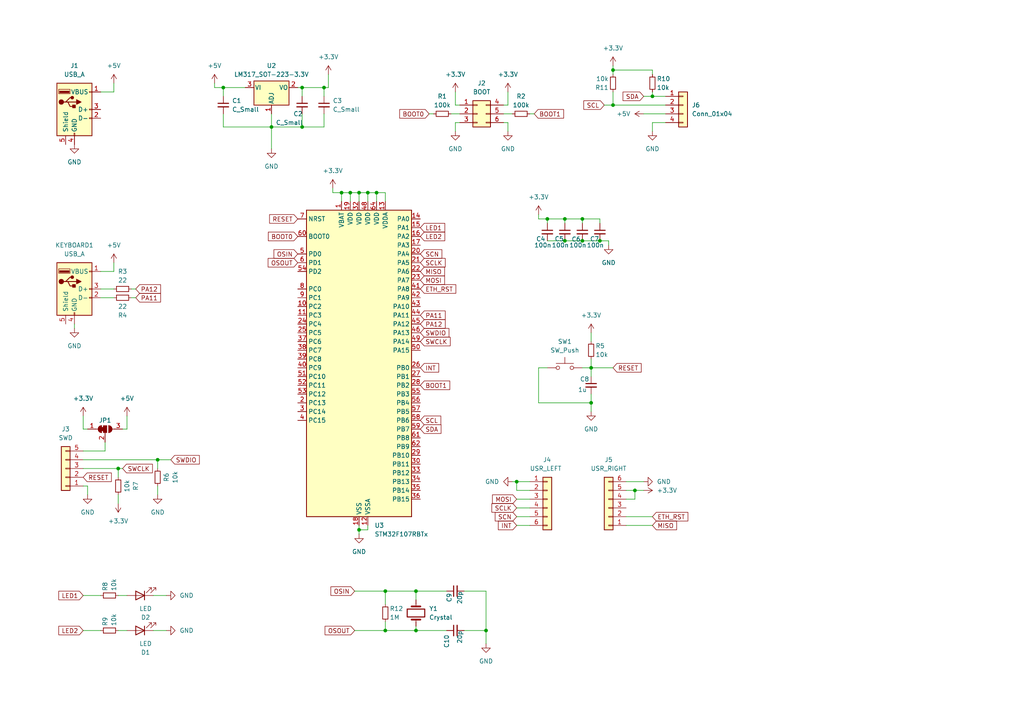
<source format=kicad_sch>
(kicad_sch (version 20230121) (generator eeschema)
  (paper "A4")
  (lib_symbols
    (symbol "Connector:USB_A" (pin_names (offset 1.016))
      (property "Reference" "J" (at -5.08 11.43 0))
      (property "Value" "USB_A" (at -5.08 8.89 0))
      (symbol "USB_A_0_1"
        (rectangle (start -5.08 -7.62) (end 5.08 7.62) (stroke (width 0.254)) (fill (type background)))
        (circle (center -3.81 2.159) (radius 0.635) (stroke (width 0.254)) (fill (type outline)))
        (rectangle (start -1.524 4.826) (end -4.318 5.334) (fill (type outline)))
        (rectangle (start -1.27 4.572) (end -4.572 5.842))
        (circle (center -0.635 3.429) (radius 0.381) (stroke (width 0.254)) (fill (type outline)))
        (rectangle (start -0.127 -7.62) (end 0.127 -6.858))
        (polyline (pts (xy -3.175 2.159) (xy -2.54 2.159) (xy -1.27 3.429) (xy -0.635 3.429)) (stroke (width 0.254)))
        (polyline (pts (xy -2.54 2.159) (xy -1.905 2.159) (xy -1.27 0.889) (xy 0 0.889)) (stroke (width 0.254)))
        (polyline (pts (xy 0.635 2.794) (xy 0.635 1.524) (xy 1.905 2.159) (xy 0.635 2.794)) (stroke (width 0.254)) (fill (type outline)))
        (rectangle (start 0.254 1.27) (end -0.508 0.508) (stroke (width 0.254)) (fill (type outline)))
        (rectangle (start 5.08 -2.667) (end 4.318 -2.413))
        (rectangle (start 5.08 -0.127) (end 4.318 0.127))
        (rectangle (start 5.08 4.953) (end 4.318 5.207))
      )
      (symbol "USB_A_1_1"
        (polyline (pts (xy -1.905 2.159) (xy 0.635 2.159)) (stroke (width 0.254)))
        (pin power_in line (at 7.62 5.08 180) (length 2.54) (name "VBUS") (number "1"))
        (pin bidirectional line (at 7.62 -2.54 180) (length 2.54) (name "D-") (number "2"))
        (pin bidirectional line (at 7.62 0 180) (length 2.54) (name "D+") (number "3"))
        (pin power_in line (at 0 -10.16 90) (length 2.54) (name "GND") (number "4"))
        (pin passive line (at -2.54 -10.16 90) (length 2.54) (name "Shield") (number "5"))
      )
    )
    (symbol "Connector_Generic:Conn_01x04" (pin_names (offset 1.016) hide)
      (property "Reference" "J" (at 0 5.08 0))
      (property "Value" "Conn_01x04" (at 0 -7.62 0))
      (symbol "Conn_01x04_1_1"
        (rectangle (start -1.27 -4.953) (end 0 -5.207) (stroke (width 0.1524)))
        (rectangle (start -1.27 -2.413) (end 0 -2.667) (stroke (width 0.1524)))
        (rectangle (start -1.27 0.127) (end 0 -0.127) (stroke (width 0.1524)))
        (rectangle (start -1.27 2.667) (end 0 2.413) (stroke (width 0.1524)))
        (rectangle (start -1.27 3.81) (end 1.27 -6.35) (stroke (width 0.254)) (fill (type background)))
        (pin passive line (at -5.08 2.54 0) (length 3.81) (name "Pin_1") (number "1"))
        (pin passive line (at -5.08 0 0) (length 3.81) (name "Pin_2") (number "2"))
        (pin passive line (at -5.08 -2.54 0) (length 3.81) (name "Pin_3") (number "3"))
        (pin passive line (at -5.08 -5.08 0) (length 3.81) (name "Pin_4") (number "4"))
      )
    )
    (symbol "Connector_Generic:Conn_01x05" (pin_names (offset 1.016) hide)
      (property "Reference" "J" (at 0 7.62 0))
      (property "Value" "Conn_01x05" (at 0 -7.62 0))
      (symbol "Conn_01x05_1_1"
        (rectangle (start -1.27 -4.953) (end 0 -5.207) (stroke (width 0.1524)))
        (rectangle (start -1.27 -2.413) (end 0 -2.667) (stroke (width 0.1524)))
        (rectangle (start -1.27 0.127) (end 0 -0.127) (stroke (width 0.1524)))
        (rectangle (start -1.27 2.667) (end 0 2.413) (stroke (width 0.1524)))
        (rectangle (start -1.27 5.207) (end 0 4.953) (stroke (width 0.1524)))
        (rectangle (start -1.27 6.35) (end 1.27 -6.35) (stroke (width 0.254)) (fill (type background)))
        (pin passive line (at -5.08 5.08 0) (length 3.81) (name "Pin_1") (number "1"))
        (pin passive line (at -5.08 2.54 0) (length 3.81) (name "Pin_2") (number "2"))
        (pin passive line (at -5.08 0 0) (length 3.81) (name "Pin_3") (number "3"))
        (pin passive line (at -5.08 -2.54 0) (length 3.81) (name "Pin_4") (number "4"))
        (pin passive line (at -5.08 -5.08 0) (length 3.81) (name "Pin_5") (number "5"))
      )
    )
    (symbol "Connector_Generic:Conn_01x06" (pin_names (offset 1.016) hide)
      (property "Reference" "J" (at 0 7.62 0))
      (property "Value" "Conn_01x06" (at 0 -10.16 0))
      (symbol "Conn_01x06_1_1"
        (rectangle (start -1.27 -7.493) (end 0 -7.747) (stroke (width 0.1524)))
        (rectangle (start -1.27 -4.953) (end 0 -5.207) (stroke (width 0.1524)))
        (rectangle (start -1.27 -2.413) (end 0 -2.667) (stroke (width 0.1524)))
        (rectangle (start -1.27 0.127) (end 0 -0.127) (stroke (width 0.1524)))
        (rectangle (start -1.27 2.667) (end 0 2.413) (stroke (width 0.1524)))
        (rectangle (start -1.27 5.207) (end 0 4.953) (stroke (width 0.1524)))
        (rectangle (start -1.27 6.35) (end 1.27 -8.89) (stroke (width 0.254)) (fill (type background)))
        (pin passive line (at -5.08 5.08 0) (length 3.81) (name "Pin_1") (number "1"))
        (pin passive line (at -5.08 2.54 0) (length 3.81) (name "Pin_2") (number "2"))
        (pin passive line (at -5.08 0 0) (length 3.81) (name "Pin_3") (number "3"))
        (pin passive line (at -5.08 -2.54 0) (length 3.81) (name "Pin_4") (number "4"))
        (pin passive line (at -5.08 -5.08 0) (length 3.81) (name "Pin_5") (number "5"))
        (pin passive line (at -5.08 -7.62 0) (length 3.81) (name "Pin_6") (number "6"))
      )
    )
    (symbol "Connector_Generic:Conn_02x03_Top_Bottom" (pin_names (offset 1.016) hide)
      (property "Reference" "J" (at 1.27 5.08 0))
      (property "Value" "Conn_02x03_Top_Bottom" (at 1.27 -5.08 0))
      (symbol "Conn_02x03_Top_Bottom_1_1"
        (rectangle (start -1.27 -2.413) (end 0 -2.667) (stroke (width 0.1524)))
        (rectangle (start -1.27 0.127) (end 0 -0.127) (stroke (width 0.1524)))
        (rectangle (start -1.27 2.667) (end 0 2.413) (stroke (width 0.1524)))
        (rectangle (start -1.27 3.81) (end 3.81 -3.81) (stroke (width 0.254)) (fill (type background)))
        (rectangle (start 3.81 -2.413) (end 2.54 -2.667) (stroke (width 0.1524)))
        (rectangle (start 3.81 0.127) (end 2.54 -0.127) (stroke (width 0.1524)))
        (rectangle (start 3.81 2.667) (end 2.54 2.413) (stroke (width 0.1524)))
        (pin passive line (at -5.08 2.54 0) (length 3.81) (name "Pin_1") (number "1"))
        (pin passive line (at -5.08 0 0) (length 3.81) (name "Pin_2") (number "2"))
        (pin passive line (at -5.08 -2.54 0) (length 3.81) (name "Pin_3") (number "3"))
        (pin passive line (at 7.62 2.54 180) (length 3.81) (name "Pin_4") (number "4"))
        (pin passive line (at 7.62 0 180) (length 3.81) (name "Pin_5") (number "5"))
        (pin passive line (at 7.62 -2.54 180) (length 3.81) (name "Pin_6") (number "6"))
      )
    )
    (symbol "Device:C_Small" (pin_numbers hide) (pin_names (offset 0.254) hide)
      (property "Reference" "C" (at 0.254 1.778 0))
      (property "Value" "C_Small" (at 0.254 -2.032 0))
      (symbol "C_Small_0_1"
        (polyline (pts (xy -1.524 -0.508) (xy 1.524 -0.508)) (stroke (width 0.3302)))
        (polyline (pts (xy -1.524 0.508) (xy 1.524 0.508)) (stroke (width 0.3048)))
      )
      (symbol "C_Small_1_1"
        (pin passive line (at 0 2.54 270) (length 2.032) (name "~") (number "1"))
        (pin passive line (at 0 -2.54 90) (length 2.032) (name "~") (number "2"))
      )
    )
    (symbol "Device:Crystal" (pin_numbers hide) (pin_names (offset 1.016) hide)
      (property "Reference" "Y" (at 0 3.81 0))
      (property "Value" "Crystal" (at 0 -3.81 0))
      (symbol "Crystal_0_1"
        (rectangle (start -1.143 2.54) (end 1.143 -2.54) (stroke (width 0.3048)))
        (polyline (pts (xy -2.54 0) (xy -1.905 0)))
        (polyline (pts (xy -1.905 -1.27) (xy -1.905 1.27)) (stroke (width 0.508)))
        (polyline (pts (xy 1.905 -1.27) (xy 1.905 1.27)) (stroke (width 0.508)))
        (polyline (pts (xy 2.54 0) (xy 1.905 0)))
      )
      (symbol "Crystal_1_1"
        (pin passive line (at -3.81 0 0) (length 1.27) (name "1") (number "1"))
        (pin passive line (at 3.81 0 180) (length 1.27) (name "2") (number "2"))
      )
    )
    (symbol "Device:LED" (pin_numbers hide) (pin_names (offset 1.016) hide)
      (property "Reference" "D" (at 0 2.54 0))
      (property "Value" "LED" (at 0 -2.54 0))
      (symbol "LED_0_1"
        (polyline (pts (xy -1.27 -1.27) (xy -1.27 1.27)) (stroke (width 0.254)))
        (polyline (pts (xy -1.27 0) (xy 1.27 0)))
        (polyline (pts (xy 1.27 -1.27) (xy 1.27 1.27) (xy -1.27 0) (xy 1.27 -1.27)) (stroke (width 0.254)))
        (polyline (pts (xy -3.048 -0.762) (xy -4.572 -2.286) (xy -3.81 -2.286) (xy -4.572 -2.286) (xy -4.572 -1.524)))
        (polyline (pts (xy -1.778 -0.762) (xy -3.302 -2.286) (xy -2.54 -2.286) (xy -3.302 -2.286) (xy -3.302 -1.524)))
      )
      (symbol "LED_1_1"
        (pin passive line (at -3.81 0 0) (length 2.54) (name "K") (number "1"))
        (pin passive line (at 3.81 0 180) (length 2.54) (name "A") (number "2"))
      )
    )
    (symbol "Device:R_Small" (pin_numbers hide) (pin_names (offset 0.254) hide)
      (property "Reference" "R" (at 0.762 0.508 0))
      (property "Value" "R_Small" (at 0.762 -1.016 0))
      (symbol "R_Small_0_1"
        (rectangle (start -0.762 1.778) (end 0.762 -1.778) (stroke (width 0.2032)))
      )
      (symbol "R_Small_1_1"
        (pin passive line (at 0 2.54 270) (length 0.762) (name "~") (number "1"))
        (pin passive line (at 0 -2.54 90) (length 0.762) (name "~") (number "2"))
      )
    )
    (symbol "Jumper:SolderJumper_3_Bridged12" (pin_names (offset 0) hide)
      (property "Reference" "JP" (at -2.54 -2.54 0))
      (property "Value" "SolderJumper_3_Bridged12" (at 0 2.794 0))
      (symbol "SolderJumper_3_Bridged12_0_1"
        (rectangle (start -1.016 0.508) (end -0.508 -0.508) (fill (type outline)))
        (arc (start -1.016 1.016) (mid -2.0276 0) (end -1.016 -1.016))
        (arc (start -1.016 1.016) (mid -2.0276 0) (end -1.016 -1.016) (fill (type outline)))
        (rectangle (start -0.508 1.016) (end 0.508 -1.016) (fill (type outline)))
        (polyline (pts (xy -2.54 0) (xy -2.032 0)))
        (polyline (pts (xy -1.016 1.016) (xy -1.016 -1.016)))
        (polyline (pts (xy 0 -1.27) (xy 0 -1.016)))
        (polyline (pts (xy 1.016 1.016) (xy 1.016 -1.016)))
        (polyline (pts (xy 2.54 0) (xy 2.032 0)))
        (arc (start 1.016 -1.016) (mid 2.0276 0) (end 1.016 1.016))
        (arc (start 1.016 -1.016) (mid 2.0276 0) (end 1.016 1.016) (fill (type outline)))
      )
      (symbol "SolderJumper_3_Bridged12_1_1"
        (pin passive line (at -5.08 0 0) (length 2.54) (name "A") (number "1"))
        (pin passive line (at 0 -3.81 90) (length 2.54) (name "C") (number "2"))
        (pin passive line (at 5.08 0 180) (length 2.54) (name "B") (number "3"))
      )
    )
    (symbol "MCU_ST_STM32F1:STM32F107RBTx"
      (property "Reference" "U" (at -15.24 46.99 0))
      (property "Value" "STM32F107RBTx" (at 10.16 46.99 0))
      (symbol "STM32F107RBTx_0_1"
        (rectangle (start -15.24 -43.18) (end 15.24 45.72) (stroke (width 0.254)) (fill (type background)))
      )
      (symbol "STM32F107RBTx_1_1"
        (pin power_in line (at -5.08 48.26 270) (length 2.54) (name "VBAT") (number "1"))
        (pin bidirectional line (at -17.78 17.78 0) (length 2.54) (name "PC2") (number "10"))
        (pin bidirectional line (at -17.78 15.24 0) (length 2.54) (name "PC3") (number "11"))
        (pin power_in line (at 2.54 -45.72 90) (length 2.54) (name "VSSA") (number "12"))
        (pin power_in line (at 7.62 48.26 270) (length 2.54) (name "VDDA") (number "13"))
        (pin bidirectional line (at 17.78 43.18 180) (length 2.54) (name "PA0") (number "14"))
        (pin bidirectional line (at 17.78 40.64 180) (length 2.54) (name "PA1") (number "15"))
        (pin bidirectional line (at 17.78 38.1 180) (length 2.54) (name "PA2") (number "16"))
        (pin bidirectional line (at 17.78 35.56 180) (length 2.54) (name "PA3") (number "17"))
        (pin power_in line (at 0 -45.72 90) (length 2.54) (name "VSS") (number "18"))
        (pin power_in line (at -2.54 48.26 270) (length 2.54) (name "VDD") (number "19"))
        (pin bidirectional line (at -17.78 -10.16 0) (length 2.54) (name "PC13") (number "2"))
        (pin bidirectional line (at 17.78 33.02 180) (length 2.54) (name "PA4") (number "20"))
        (pin bidirectional line (at 17.78 30.48 180) (length 2.54) (name "PA5") (number "21"))
        (pin bidirectional line (at 17.78 27.94 180) (length 2.54) (name "PA6") (number "22"))
        (pin bidirectional line (at 17.78 25.4 180) (length 2.54) (name "PA7") (number "23"))
        (pin bidirectional line (at -17.78 12.7 0) (length 2.54) (name "PC4") (number "24"))
        (pin bidirectional line (at -17.78 10.16 0) (length 2.54) (name "PC5") (number "25"))
        (pin bidirectional line (at 17.78 0 180) (length 2.54) (name "PB0") (number "26"))
        (pin bidirectional line (at 17.78 -2.54 180) (length 2.54) (name "PB1") (number "27"))
        (pin bidirectional line (at 17.78 -5.08 180) (length 2.54) (name "PB2") (number "28"))
        (pin bidirectional line (at 17.78 -25.4 180) (length 2.54) (name "PB10") (number "29"))
        (pin bidirectional line (at -17.78 -12.7 0) (length 2.54) (name "PC14") (number "3"))
        (pin bidirectional line (at 17.78 -27.94 180) (length 2.54) (name "PB11") (number "30"))
        (pin passive line (at 0 -45.72 90) (length 2.54) hide (name "VSS") (number "31"))
        (pin power_in line (at 0 48.26 270) (length 2.54) (name "VDD") (number "32"))
        (pin bidirectional line (at 17.78 -30.48 180) (length 2.54) (name "PB12") (number "33"))
        (pin bidirectional line (at 17.78 -33.02 180) (length 2.54) (name "PB13") (number "34"))
        (pin bidirectional line (at 17.78 -35.56 180) (length 2.54) (name "PB14") (number "35"))
        (pin bidirectional line (at 17.78 -38.1 180) (length 2.54) (name "PB15") (number "36"))
        (pin bidirectional line (at -17.78 7.62 0) (length 2.54) (name "PC6") (number "37"))
        (pin bidirectional line (at -17.78 5.08 0) (length 2.54) (name "PC7") (number "38"))
        (pin bidirectional line (at -17.78 2.54 0) (length 2.54) (name "PC8") (number "39"))
        (pin bidirectional line (at -17.78 -15.24 0) (length 2.54) (name "PC15") (number "4"))
        (pin bidirectional line (at -17.78 0 0) (length 2.54) (name "PC9") (number "40"))
        (pin bidirectional line (at 17.78 22.86 180) (length 2.54) (name "PA8") (number "41"))
        (pin bidirectional line (at 17.78 20.32 180) (length 2.54) (name "PA9") (number "42"))
        (pin bidirectional line (at 17.78 17.78 180) (length 2.54) (name "PA10") (number "43"))
        (pin bidirectional line (at 17.78 15.24 180) (length 2.54) (name "PA11") (number "44"))
        (pin bidirectional line (at 17.78 12.7 180) (length 2.54) (name "PA12") (number "45"))
        (pin bidirectional line (at 17.78 10.16 180) (length 2.54) (name "PA13") (number "46"))
        (pin passive line (at 0 -45.72 90) (length 2.54) hide (name "VSS") (number "47"))
        (pin power_in line (at 2.54 48.26 270) (length 2.54) (name "VDD") (number "48"))
        (pin bidirectional line (at 17.78 7.62 180) (length 2.54) (name "PA14") (number "49"))
        (pin bidirectional line (at -17.78 33.02 0) (length 2.54) (name "PD0") (number "5"))
        (pin bidirectional line (at 17.78 5.08 180) (length 2.54) (name "PA15") (number "50"))
        (pin bidirectional line (at -17.78 -2.54 0) (length 2.54) (name "PC10") (number "51"))
        (pin bidirectional line (at -17.78 -5.08 0) (length 2.54) (name "PC11") (number "52"))
        (pin bidirectional line (at -17.78 -7.62 0) (length 2.54) (name "PC12") (number "53"))
        (pin bidirectional line (at -17.78 27.94 0) (length 2.54) (name "PD2") (number "54"))
        (pin bidirectional line (at 17.78 -7.62 180) (length 2.54) (name "PB3") (number "55"))
        (pin bidirectional line (at 17.78 -10.16 180) (length 2.54) (name "PB4") (number "56"))
        (pin bidirectional line (at 17.78 -12.7 180) (length 2.54) (name "PB5") (number "57"))
        (pin bidirectional line (at 17.78 -15.24 180) (length 2.54) (name "PB6") (number "58"))
        (pin bidirectional line (at 17.78 -17.78 180) (length 2.54) (name "PB7") (number "59"))
        (pin bidirectional line (at -17.78 30.48 0) (length 2.54) (name "PD1") (number "6"))
        (pin input line (at -17.78 38.1 0) (length 2.54) (name "BOOT0") (number "60"))
        (pin bidirectional line (at 17.78 -20.32 180) (length 2.54) (name "PB8") (number "61"))
        (pin bidirectional line (at 17.78 -22.86 180) (length 2.54) (name "PB9") (number "62"))
        (pin passive line (at 0 -45.72 90) (length 2.54) hide (name "VSS") (number "63"))
        (pin power_in line (at 5.08 48.26 270) (length 2.54) (name "VDD") (number "64"))
        (pin input line (at -17.78 43.18 0) (length 2.54) (name "NRST") (number "7"))
        (pin bidirectional line (at -17.78 22.86 0) (length 2.54) (name "PC0") (number "8"))
        (pin bidirectional line (at -17.78 20.32 0) (length 2.54) (name "PC1") (number "9"))
      )
    )
    (symbol "Regulator_Linear:LM317_SOT-223" (pin_names (offset 0.254))
      (property "Reference" "U" (at -3.81 3.175 0))
      (property "Value" "LM317_SOT-223" (at 0 3.175 0))
      (symbol "LM317_SOT-223_0_1"
        (rectangle (start -5.08 1.905) (end 5.08 -5.08) (stroke (width 0.254)) (fill (type background)))
      )
      (symbol "LM317_SOT-223_1_1"
        (pin input line (at 0 -7.62 90) (length 2.54) (name "ADJ") (number "1"))
        (pin power_out line (at 7.62 0 180) (length 2.54) (name "VO") (number "2"))
        (pin power_in line (at -7.62 0 0) (length 2.54) (name "VI") (number "3"))
      )
    )
    (symbol "Switch:SW_Push" (pin_numbers hide) (pin_names (offset 1.016) hide)
      (property "Reference" "SW" (at 1.27 2.54 0))
      (property "Value" "SW_Push" (at 0 -1.524 0))
      (symbol "SW_Push_0_1"
        (circle (center -2.032 0) (radius 0.508))
        (polyline (pts (xy 0 1.27) (xy 0 3.048)))
        (polyline (pts (xy 2.54 1.27) (xy -2.54 1.27)))
        (circle (center 2.032 0) (radius 0.508))
        (pin passive line (at -5.08 0 0) (length 2.54) (name "1") (number "1"))
        (pin passive line (at 5.08 0 180) (length 2.54) (name "2") (number "2"))
      )
    )
    (symbol "power:+3.3V" (power) (pin_names (offset 0))
      (property "Value" "+3.3V" (at 0 3.556 0))
      (symbol "+3.3V_0_1"
        (polyline (pts (xy -0.762 1.27) (xy 0 2.54)))
        (polyline (pts (xy 0 0) (xy 0 2.54)))
        (polyline (pts (xy 0 2.54) (xy 0.762 1.27)))
      )
      (symbol "+3.3V_1_1"
        (pin power_in line (at 0 0 90) (length 0) hide (name "+3.3V") (number "1"))
      )
    )
    (symbol "power:+5V" (power) (pin_names (offset 0))
      (property "Value" "+5V" (at 0 3.556 0))
      (symbol "+5V_0_1"
        (polyline (pts (xy -0.762 1.27) (xy 0 2.54)))
        (polyline (pts (xy 0 0) (xy 0 2.54)))
        (polyline (pts (xy 0 2.54) (xy 0.762 1.27)))
      )
      (symbol "+5V_1_1"
        (pin power_in line (at 0 0 90) (length 0) hide (name "+5V") (number "1"))
      )
    )
    (symbol "power:GND" (power) (pin_names (offset 0))
      (property "Value" "GND" (at 0 -3.81 0))
      (symbol "GND_0_1"
        (polyline (pts (xy 0 0) (xy 0 -1.27) (xy 1.27 -1.27) (xy 0 -2.54) (xy -1.27 -1.27) (xy 0 -1.27)))
      )
      (symbol "GND_1_1"
        (pin power_in line (at 0 0 270) (length 0) hide (name "GND") (number "1"))
      )
    )
  )
  (junction (at 64.77 25.4))
  (junction (at 163.83 63.5))
  (junction (at 177.8 30.48))
  (junction (at 34.29 135.89))
  (junction (at 120.65 182.88))
  (junction (at 184.15 142.24))
  (junction (at 99.06 55.88))
  (junction (at 171.45 116.84))
  (junction (at 168.91 63.5))
  (junction (at 87.63 36.83))
  (junction (at 78.74 36.83))
  (junction (at 104.14 153.67))
  (junction (at 111.76 171.45))
  (junction (at 149.86 139.7))
  (junction (at 171.45 106.68))
  (junction (at 109.22 55.88))
  (junction (at 163.83 69.85))
  (junction (at 168.91 69.85))
  (junction (at 106.68 55.88))
  (junction (at 111.76 182.88))
  (junction (at 87.63 25.4))
  (junction (at 93.98 25.4))
  (junction (at 120.65 171.45))
  (junction (at 177.8 20.32))
  (junction (at 101.6 55.88))
  (junction (at 140.97 182.88))
  (junction (at 45.72 133.35))
  (junction (at 104.14 55.88))
  (junction (at 189.23 27.94))
  (junction (at 158.75 63.5))
  (junction (at 173.99 69.85))
  (wire (pts (xy 140.97 186.69) (xy 140.97 182.88)))
  (wire (pts (xy 133.35 35.56) (xy 132.08 35.56)))
  (wire (pts (xy 93.98 33.02) (xy 93.98 36.83)))
  (wire (pts (xy 176.53 69.85) (xy 176.53 71.12)))
  (wire (pts (xy 171.45 116.84) (xy 171.45 119.38)))
  (wire (pts (xy 184.15 144.78) (xy 184.15 142.24)))
  (wire (pts (xy 106.68 55.88) (xy 109.22 55.88)))
  (wire (pts (xy 120.65 171.45) (xy 129.54 171.45)))
  (wire (pts (xy 189.23 26.67) (xy 189.23 27.94)))
  (wire (pts (xy 163.83 69.85) (xy 168.91 69.85)))
  (wire (pts (xy 149.86 152.4) (xy 153.67 152.4)))
  (wire (pts (xy 147.32 26.67) (xy 147.32 30.48)))
  (wire (pts (xy 181.61 139.7) (xy 186.69 139.7)))
  (wire (pts (xy 120.65 182.88) (xy 129.54 182.88)))
  (wire (pts (xy 156.21 62.23) (xy 156.21 63.5)))
  (wire (pts (xy 34.29 135.89) (xy 35.56 135.89)))
  (wire (pts (xy 24.13 140.97) (xy 25.4 140.97)))
  (wire (pts (xy 45.72 133.35) (xy 49.53 133.35)))
  (wire (pts (xy 189.23 27.94) (xy 193.04 27.94)))
  (wire (pts (xy 156.21 116.84) (xy 171.45 116.84)))
  (wire (pts (xy 130.81 33.02) (xy 133.35 33.02)))
  (wire (pts (xy 96.52 54.61) (xy 96.52 55.88)))
  (wire (pts (xy 173.99 69.85) (xy 176.53 69.85)))
  (wire (pts (xy 181.61 144.78) (xy 184.15 144.78)))
  (wire (pts (xy 148.59 139.7) (xy 149.86 139.7)))
  (wire (pts (xy 124.46 33.02) (xy 125.73 33.02)))
  (wire (pts (xy 87.63 33.02) (xy 87.63 36.83)))
  (wire (pts (xy 193.04 35.56) (xy 189.23 35.56)))
  (wire (pts (xy 99.06 55.88) (xy 99.06 58.42)))
  (wire (pts (xy 44.45 182.88) (xy 48.26 182.88)))
  (wire (pts (xy 78.74 33.02) (xy 78.74 36.83)))
  (wire (pts (xy 111.76 55.88) (xy 109.22 55.88)))
  (wire (pts (xy 64.77 36.83) (xy 78.74 36.83)))
  (wire (pts (xy 64.77 25.4) (xy 64.77 27.94)))
  (wire (pts (xy 39.37 86.36) (xy 38.1 86.36)))
  (wire (pts (xy 146.05 30.48) (xy 147.32 30.48)))
  (wire (pts (xy 177.8 20.32) (xy 189.23 20.32)))
  (wire (pts (xy 186.69 27.94) (xy 189.23 27.94)))
  (wire (pts (xy 44.45 172.72) (xy 48.26 172.72)))
  (wire (pts (xy 171.45 104.14) (xy 171.45 106.68)))
  (wire (pts (xy 153.67 142.24) (xy 149.86 142.24)))
  (wire (pts (xy 181.61 149.86) (xy 189.23 149.86)))
  (wire (pts (xy 34.29 182.88) (xy 36.83 182.88)))
  (wire (pts (xy 156.21 106.68) (xy 156.21 116.84)))
  (wire (pts (xy 36.83 120.65) (xy 36.83 124.46)))
  (wire (pts (xy 140.97 171.45) (xy 140.97 182.88)))
  (wire (pts (xy 93.98 25.4) (xy 93.98 27.94)))
  (wire (pts (xy 87.63 25.4) (xy 86.36 25.4)))
  (wire (pts (xy 189.23 21.59) (xy 189.23 20.32)))
  (wire (pts (xy 21.59 95.25) (xy 21.59 93.98)))
  (wire (pts (xy 39.37 83.82) (xy 38.1 83.82)))
  (wire (pts (xy 132.08 35.56) (xy 132.08 38.1)))
  (wire (pts (xy 71.12 25.4) (xy 64.77 25.4)))
  (wire (pts (xy 111.76 58.42) (xy 111.76 55.88)))
  (wire (pts (xy 173.99 64.77) (xy 173.99 63.5)))
  (wire (pts (xy 146.05 33.02) (xy 148.59 33.02)))
  (wire (pts (xy 149.86 149.86) (xy 153.67 149.86)))
  (wire (pts (xy 33.02 26.67) (xy 33.02 24.13)))
  (wire (pts (xy 171.45 106.68) (xy 177.8 106.68)))
  (wire (pts (xy 102.87 171.45) (xy 111.76 171.45)))
  (wire (pts (xy 181.61 152.4) (xy 189.23 152.4)))
  (wire (pts (xy 163.83 63.5) (xy 163.83 64.77)))
  (wire (pts (xy 189.23 35.56) (xy 189.23 38.1)))
  (wire (pts (xy 34.29 135.89) (xy 34.29 138.43)))
  (wire (pts (xy 111.76 171.45) (xy 111.76 175.26)))
  (wire (pts (xy 29.21 83.82) (xy 33.02 83.82)))
  (wire (pts (xy 106.68 153.67) (xy 104.14 153.67)))
  (wire (pts (xy 158.75 63.5) (xy 158.75 64.77)))
  (wire (pts (xy 177.8 20.32) (xy 177.8 21.59)))
  (wire (pts (xy 95.25 25.4) (xy 93.98 25.4)))
  (wire (pts (xy 104.14 153.67) (xy 104.14 154.94)))
  (wire (pts (xy 104.14 152.4) (xy 104.14 153.67)))
  (wire (pts (xy 102.87 182.88) (xy 111.76 182.88)))
  (wire (pts (xy 101.6 55.88) (xy 101.6 58.42)))
  (wire (pts (xy 158.75 106.68) (xy 156.21 106.68)))
  (wire (pts (xy 29.21 26.67) (xy 33.02 26.67)))
  (wire (pts (xy 34.29 172.72) (xy 36.83 172.72)))
  (wire (pts (xy 111.76 171.45) (xy 120.65 171.45)))
  (wire (pts (xy 64.77 25.4) (xy 62.23 25.4)))
  (wire (pts (xy 147.32 35.56) (xy 147.32 38.1)))
  (wire (pts (xy 177.8 26.67) (xy 177.8 30.48)))
  (wire (pts (xy 158.75 69.85) (xy 163.83 69.85)))
  (wire (pts (xy 24.13 172.72) (xy 29.21 172.72)))
  (wire (pts (xy 134.62 171.45) (xy 140.97 171.45)))
  (wire (pts (xy 168.91 63.5) (xy 173.99 63.5)))
  (wire (pts (xy 35.56 124.46) (xy 36.83 124.46)))
  (wire (pts (xy 25.4 124.46) (xy 24.13 124.46)))
  (wire (pts (xy 181.61 142.24) (xy 184.15 142.24)))
  (wire (pts (xy 78.74 36.83) (xy 78.74 43.18)))
  (wire (pts (xy 104.14 55.88) (xy 104.14 58.42)))
  (wire (pts (xy 93.98 25.4) (xy 87.63 25.4)))
  (wire (pts (xy 62.23 24.13) (xy 62.23 25.4)))
  (wire (pts (xy 177.8 30.48) (xy 193.04 30.48)))
  (wire (pts (xy 34.29 143.51) (xy 34.29 146.05)))
  (wire (pts (xy 146.05 35.56) (xy 147.32 35.56)))
  (wire (pts (xy 24.13 133.35) (xy 45.72 133.35)))
  (wire (pts (xy 87.63 25.4) (xy 87.63 27.94)))
  (wire (pts (xy 184.15 142.24) (xy 186.69 142.24)))
  (wire (pts (xy 96.52 55.88) (xy 99.06 55.88)))
  (wire (pts (xy 177.8 19.05) (xy 177.8 20.32)))
  (wire (pts (xy 168.91 69.85) (xy 173.99 69.85)))
  (wire (pts (xy 106.68 55.88) (xy 106.68 58.42)))
  (wire (pts (xy 45.72 140.97) (xy 45.72 143.51)))
  (wire (pts (xy 171.45 96.52) (xy 171.45 99.06)))
  (wire (pts (xy 29.21 78.74) (xy 33.02 78.74)))
  (wire (pts (xy 111.76 182.88) (xy 120.65 182.88)))
  (wire (pts (xy 64.77 33.02) (xy 64.77 36.83)))
  (wire (pts (xy 154.94 33.02) (xy 153.67 33.02)))
  (wire (pts (xy 24.13 135.89) (xy 34.29 135.89)))
  (wire (pts (xy 158.75 63.5) (xy 163.83 63.5)))
  (wire (pts (xy 106.68 152.4) (xy 106.68 153.67)))
  (wire (pts (xy 175.26 30.48) (xy 177.8 30.48)))
  (wire (pts (xy 87.63 36.83) (xy 78.74 36.83)))
  (wire (pts (xy 168.91 106.68) (xy 171.45 106.68)))
  (wire (pts (xy 93.98 36.83) (xy 87.63 36.83)))
  (wire (pts (xy 111.76 180.34) (xy 111.76 182.88)))
  (wire (pts (xy 24.13 182.88) (xy 29.21 182.88)))
  (wire (pts (xy 120.65 171.45) (xy 120.65 173.99)))
  (wire (pts (xy 95.25 21.59) (xy 95.25 25.4)))
  (wire (pts (xy 104.14 55.88) (xy 106.68 55.88)))
  (wire (pts (xy 132.08 26.67) (xy 132.08 30.48)))
  (wire (pts (xy 101.6 55.88) (xy 104.14 55.88)))
  (wire (pts (xy 25.4 140.97) (xy 25.4 143.51)))
  (wire (pts (xy 149.86 142.24) (xy 149.86 139.7)))
  (wire (pts (xy 149.86 144.78) (xy 153.67 144.78)))
  (wire (pts (xy 45.72 135.89) (xy 45.72 133.35)))
  (wire (pts (xy 149.86 139.7) (xy 153.67 139.7)))
  (wire (pts (xy 33.02 78.74) (xy 33.02 76.2)))
  (wire (pts (xy 156.21 63.5) (xy 158.75 63.5)))
  (wire (pts (xy 29.21 86.36) (xy 33.02 86.36)))
  (wire (pts (xy 168.91 63.5) (xy 168.91 64.77)))
  (wire (pts (xy 171.45 106.68) (xy 171.45 109.22)))
  (wire (pts (xy 24.13 120.65) (xy 24.13 124.46)))
  (wire (pts (xy 30.48 130.81) (xy 30.48 128.27)))
  (wire (pts (xy 109.22 58.42) (xy 109.22 55.88)))
  (wire (pts (xy 140.97 182.88) (xy 134.62 182.88)))
  (wire (pts (xy 133.35 30.48) (xy 132.08 30.48)))
  (wire (pts (xy 149.86 147.32) (xy 153.67 147.32)))
  (wire (pts (xy 120.65 181.61) (xy 120.65 182.88)))
  (wire (pts (xy 163.83 63.5) (xy 168.91 63.5)))
  (wire (pts (xy 99.06 55.88) (xy 101.6 55.88)))
  (wire (pts (xy 171.45 114.3) (xy 171.45 116.84)))
  (wire (pts (xy 24.13 130.81) (xy 30.48 130.81)))
  (wire (pts (xy 186.69 33.02) (xy 193.04 33.02)))
  (global_label "SCN" (shape input) (at 121.92 73.66 0) (property "Intersheetrefs" "${INTERSHEET_REFS}" (effects hide)))
  (global_label "SCN" (shape input) (at 149.86 149.86 180) (property "Intersheetrefs" "${INTERSHEET_REFS}" (effects hide)))
  (global_label "PA12" (shape input) (at 39.37 83.82 0) (property "Intersheetrefs" "${INTERSHEET_REFS}" (effects hide)))
  (global_label "SCL" (shape input) (at 121.92 121.92 0) (property "Intersheetrefs" "${INTERSHEET_REFS}" (effects hide)))
  (global_label "BOOT1" (shape input) (at 121.92 111.76 0) (property "Intersheetrefs" "${INTERSHEET_REFS}" (effects hide)))
  (global_label "INT" (shape input) (at 121.92 106.68 0) (property "Intersheetrefs" "${INTERSHEET_REFS}" (effects hide)))
  (global_label "RESET" (shape input) (at 24.13 138.43 0) (property "Intersheetrefs" "${INTERSHEET_REFS}" (effects hide)))
  (global_label "OSIN" (shape input) (at 102.87 171.45 180) (property "Intersheetrefs" "${INTERSHEET_REFS}" (effects hide)))
  (global_label "SWCLK" (shape input) (at 121.92 99.06 0) (property "Intersheetrefs" "${INTERSHEET_REFS}" (effects hide)))
  (global_label "INT" (shape input) (at 149.86 152.4 180) (property "Intersheetrefs" "${INTERSHEET_REFS}" (effects hide)))
  (global_label "ETH_RST" (shape input) (at 189.23 149.86 0) (property "Intersheetrefs" "${INTERSHEET_REFS}" (effects hide)))
  (global_label "SWCLK" (shape input) (at 35.56 135.89 0) (property "Intersheetrefs" "${INTERSHEET_REFS}" (effects hide)))
  (global_label "SCLK" (shape input) (at 149.86 147.32 180) (property "Intersheetrefs" "${INTERSHEET_REFS}" (effects hide)))
  (global_label "PA11" (shape input) (at 121.92 91.44 0) (property "Intersheetrefs" "${INTERSHEET_REFS}" (effects hide)))
  (global_label "SDA" (shape input) (at 121.92 124.46 0) (property "Intersheetrefs" "${INTERSHEET_REFS}" (effects hide)))
  (global_label "OSOUT" (shape input) (at 102.87 182.88 180) (property "Intersheetrefs" "${INTERSHEET_REFS}" (effects hide)))
  (global_label "LED1" (shape input) (at 24.13 172.72 180) (property "Intersheetrefs" "${INTERSHEET_REFS}" (effects hide)))
  (global_label "SWDIO" (shape input) (at 49.53 133.35 0) (property "Intersheetrefs" "${INTERSHEET_REFS}" (effects hide)))
  (global_label "SCLK" (shape input) (at 121.92 76.2 0) (property "Intersheetrefs" "${INTERSHEET_REFS}" (effects hide)))
  (global_label "SDA" (shape input) (at 186.69 27.94 180) (property "Intersheetrefs" "${INTERSHEET_REFS}" (effects hide)))
  (global_label "BOOT1" (shape input) (at 154.94 33.02 0) (property "Intersheetrefs" "${INTERSHEET_REFS}" (effects hide)))
  (global_label "MOSI" (shape input) (at 121.92 81.28 0) (property "Intersheetrefs" "${INTERSHEET_REFS}" (effects hide)))
  (global_label "ETH_RST" (shape input) (at 121.92 83.82 0) (property "Intersheetrefs" "${INTERSHEET_REFS}" (effects hide)))
  (global_label "RESET" (shape input) (at 177.8 106.68 0) (property "Intersheetrefs" "${INTERSHEET_REFS}" (effects hide)))
  (global_label "MOSI" (shape input) (at 149.86 144.78 180) (property "Intersheetrefs" "${INTERSHEET_REFS}" (effects hide)))
  (global_label "LED2" (shape input) (at 121.92 68.58 0) (property "Intersheetrefs" "${INTERSHEET_REFS}" (effects hide)))
  (global_label "MISO" (shape input) (at 189.23 152.4 0) (property "Intersheetrefs" "${INTERSHEET_REFS}" (effects hide)))
  (global_label "BOOT0" (shape input) (at 124.46 33.02 180) (property "Intersheetrefs" "${INTERSHEET_REFS}" (effects hide)))
  (global_label "BOOT0" (shape input) (at 86.36 68.58 180) (property "Intersheetrefs" "${INTERSHEET_REFS}" (effects hide)))
  (global_label "LED2" (shape input) (at 24.13 182.88 180) (property "Intersheetrefs" "${INTERSHEET_REFS}" (effects hide)))
  (global_label "SWDIO" (shape input) (at 121.92 96.52 0) (property "Intersheetrefs" "${INTERSHEET_REFS}" (effects hide)))
  (global_label "OSOUT" (shape input) (at 86.36 76.2 180) (property "Intersheetrefs" "${INTERSHEET_REFS}" (effects hide)))
  (global_label "RESET" (shape input) (at 86.36 63.5 180) (property "Intersheetrefs" "${INTERSHEET_REFS}" (effects hide)))
  (global_label "OSIN" (shape input) (at 86.36 73.66 180) (property "Intersheetrefs" "${INTERSHEET_REFS}" (effects hide)))
  (global_label "SCL" (shape input) (at 175.26 30.48 180) (property "Intersheetrefs" "${INTERSHEET_REFS}" (effects hide)))
  (global_label "PA12" (shape input) (at 121.92 93.98 0) (property "Intersheetrefs" "${INTERSHEET_REFS}" (effects hide)))
  (global_label "PA11" (shape input) (at 39.37 86.36 0) (property "Intersheetrefs" "${INTERSHEET_REFS}" (effects hide)))
  (global_label "MISO" (shape input) (at 121.92 78.74 0) (property "Intersheetrefs" "${INTERSHEET_REFS}" (effects hide)))
  (global_label "LED1" (shape input) (at 121.92 66.04 0) (property "Intersheetrefs" "${INTERSHEET_REFS}" (effects hide)))
  (symbol (lib_id "power:GND") (at 48.26 172.72 90) (unit 1)
    (property "Reference" "#PWR018" (effects hide))
    (property "Value" "GND" (at 52.07 172.72 90) (effects (justify right)))
  )
  (symbol (lib_id "power:GND") (at 78.74 43.18 0) (unit 1)
    (property "Reference" "#PWR04" (effects hide))
    (property "Value" "GND" (at 78.74 48.26 0))
  )
  (symbol (lib_id "power:GND") (at 148.59 139.7 270) (unit 1)
    (property "Reference" "#PWR025" (effects hide))
    (property "Value" "GND" (at 144.78 139.7 90) (effects (justify right)))
  )
  (symbol (lib_id "Device:C_Small") (at 163.83 67.31 0) (unit 1)
    (property "Reference" "C5" (at 160.847 69.2776 0) (effects (justify left)))
    (property "Value" "100n" (at 160.02 71.12 0) (effects (justify left)))
    (property "Footprint" "Capacitor_SMD:C_0603_1608Metric" (effects hide))
  )
  (symbol (lib_id "Device:R_Small") (at 31.75 182.88 90) (unit 1)
    (property "Reference" "R9" (at 30.48 181.61 0) (effects (justify left)))
    (property "Value" "10k" (at 33.02 181.61 0) (effects (justify left)))
    (property "Footprint" "Resistor_SMD:R_0603_1608Metric" (effects hide))
  )
  (symbol (lib_id "Device:C_Small") (at 158.75 67.31 0) (unit 1)
    (property "Reference" "C4" (at 155.494 69.307 0) (effects (justify left)))
    (property "Value" "100n" (at 154.94 71.12 0) (effects (justify left)))
    (property "Footprint" "Capacitor_SMD:C_0603_1608Metric" (effects hide))
  )
  (symbol (lib_id "power:GND") (at 132.08 38.1 0) (unit 1)
    (property "Reference" "#PWR021" (effects hide))
    (property "Value" "GND" (at 132.08 43.18 0))
  )
  (symbol (lib_id "power:GND") (at 25.4 143.51 0) (unit 1)
    (property "Reference" "#PWR013" (effects hide))
    (property "Value" "GND" (at 25.4 148.59 0))
  )
  (symbol (lib_id "power:GND") (at 104.14 154.94 0) (unit 1)
    (property "Reference" "#PWR033" (effects hide))
    (property "Value" "GND" (at 104.14 160.02 0))
  )
  (symbol (lib_id "Regulator_Linear:LM317_SOT-223") (at 78.74 25.4 0) (unit 1)
    (property "Reference" "U2" (at 78.74 19.05 0))
    (property "Value" "LM317_SOT-223-3.3V" (at 78.74 21.59 0))
    (property "Footprint" "Package_TO_SOT_SMD:SOT-223-3_TabPin2" (effects hide))
    (property "Datasheet" "http://www.ti.com/lit/ds/symlink/lm317.pdf" (effects hide))
  )
  (symbol (lib_id "Device:C_Small") (at 64.77 30.48 0) (unit 1)
    (property "Reference" "C1" (at 67.31 29.2163 0) (effects (justify left)))
    (property "Value" "C_Small" (at 67.31 31.7563 0) (effects (justify left)))
    (property "Footprint" "Capacitor_SMD:C_0603_1608Metric" (effects hide))
  )
  (symbol (lib_id "power:+5V") (at 33.02 24.13 0) (unit 1)
    (property "Reference" "#PWR01" (effects hide))
    (property "Value" "+5V" (at 33.02 19.05 0))
  )
  (symbol (lib_id "power:+3.3V") (at 177.8 19.05 0) (unit 1)
    (property "Reference" "#PWR030" (effects hide))
    (property "Value" "+3.3V" (at 177.8 13.97 0))
  )
  (symbol (lib_id "Device:C_Small") (at 93.98 30.48 0) (unit 1)
    (property "Reference" "C3" (at 96.52 29.2163 0) (effects (justify left)))
    (property "Value" "C_Small" (at 96.52 31.75 0) (effects (justify left)))
    (property "Footprint" "Capacitor_SMD:C_0603_1608Metric" (effects hide))
  )
  (symbol (lib_id "MCU_ST_STM32F1:STM32F107RBTx") (at 104.14 106.68 0) (unit 1)
    (property "Reference" "U3" (at 108.6359 152.4 0) (effects (justify left)))
    (property "Value" "STM32F107RBTx" (at 108.6359 154.94 0) (effects (justify left)))
    (property "Footprint" "Package_QFP:LQFP-64_10x10mm_P0.5mm" (effects hide))
    (property "Datasheet" "https://www.st.com/resource/en/datasheet/stm32f107rb.pdf" (effects hide))
  )
  (symbol (lib_id "power:+3.3V") (at 34.29 146.05 180) (unit 1)
    (property "Reference" "#PWR016" (effects hide))
    (property "Value" "+3.3V" (at 34.29 151.13 0))
  )
  (symbol (lib_id "power:GND") (at 176.53 71.12 0) (unit 1)
    (property "Reference" "#PWR09" (effects hide))
    (property "Value" "GND" (at 176.53 76.2 0))
  )
  (symbol (lib_id "Connector:USB_A") (at 21.59 83.82 0) (unit 1)
    (property "Reference" "KEYBOARD1" (at 21.59 71.12 0))
    (property "Value" "USB_A" (at 21.59 73.66 0))
    (property "Footprint" "Connector_USB:USB_A_TE_292303-7_Horizontal" (effects hide))
    (property "Datasheet" " ~" (effects hide))
  )
  (symbol (lib_id "Device:R_Small") (at 34.29 140.97 180) (unit 1)
    (property "Reference" "R7" (at 39.37 140.97 90))
    (property "Value" "10k" (at 36.83 140.97 90))
    (property "Footprint" "Resistor_SMD:R_0603_1608Metric" (effects hide))
  )
  (symbol (lib_id "power:+5V") (at 62.23 24.13 0) (unit 1)
    (property "Reference" "#PWR03" (effects hide))
    (property "Value" "+5V" (at 62.23 19.05 0))
  )
  (symbol (lib_id "power:+5V") (at 186.69 33.02 90) (unit 1)
    (property "Reference" "#PWR029" (effects hide))
    (property "Value" "+5V" (at 182.88 33.02 90) (effects (justify left)))
  )
  (symbol (lib_id "power:+5V") (at 33.02 76.2 0) (unit 1)
    (property "Reference" "#PWR07" (effects hide))
    (property "Value" "+5V" (at 33.02 71.12 0))
  )
  (symbol (lib_id "Device:C_Small") (at 168.91 67.31 0) (unit 1)
    (property "Reference" "C6" (at 165.7587 69.3953 0) (effects (justify left)))
    (property "Value" "100n" (at 165.1 71.12 0) (effects (justify left)))
    (property "Footprint" "Capacitor_SMD:C_0603_1608Metric" (effects hide))
  )
  (symbol (lib_id "Connector:USB_A") (at 21.59 31.75 0) (unit 1)
    (property "Reference" "J1" (at 21.59 19.05 0))
    (property "Value" "USB_A" (at 21.59 21.59 0))
    (property "Footprint" "Connector_USB:USB_Micro-B_Molex-105017-0001" (effects hide))
    (property "Datasheet" " ~" (effects hide))
  )
  (symbol (lib_id "power:GND") (at 147.32 38.1 0) (unit 1)
    (property "Reference" "#PWR022" (effects hide))
    (property "Value" "GND" (at 147.32 43.18 0))
  )
  (symbol (lib_id "Device:R_Small") (at 111.76 177.8 0) (unit 1)
    (property "Reference" "R12" (at 113.03 176.53 0) (effects (justify left)))
    (property "Value" "1M" (at 113.03 179.07 0) (effects (justify left)))
    (property "Footprint" "Resistor_SMD:R_0603_1608Metric" (effects hide))
  )
  (symbol (lib_id "power:GND") (at 45.72 143.51 0) (unit 1)
    (property "Reference" "#PWR017" (effects hide))
    (property "Value" "GND" (at 45.72 148.59 0))
  )
  (symbol (lib_id "power:GND") (at 189.23 38.1 0) (unit 1)
    (property "Reference" "#PWR028" (effects hide))
    (property "Value" "GND" (at 189.23 43.18 0))
  )
  (symbol (lib_id "power:+3.3V") (at 156.21 62.23 0) (unit 1)
    (property "Reference" "#PWR010" (effects hide))
    (property "Value" "+3.3V" (at 156.21 57.15 0))
  )
  (symbol (lib_id "Connector_Generic:Conn_01x06") (at 158.75 144.78 0) (unit 1)
    (property "Reference" "J4" (at 157.48 133.35 0) (effects (justify left)))
    (property "Value" "USR_LEFT" (at 153.67 135.89 0) (effects (justify left)))
    (property "Footprint" "Connector_PinHeader_2.54mm:PinHeader_1x06_P2.54mm_Vertical" (effects hide))
  )
  (symbol (lib_id "power:GND") (at 21.59 95.25 0) (unit 1)
    (property "Reference" "#PWR06" (effects hide))
    (property "Value" "GND" (at 21.59 100.33 0))
  )
  (symbol (lib_id "power:+3.3V") (at 24.13 120.65 0) (unit 1)
    (property "Reference" "#PWR011" (effects hide))
    (property "Value" "+3.3V" (at 24.13 115.57 0))
  )
  (symbol (lib_id "power:+3.3V") (at 96.52 54.61 0) (unit 1)
    (property "Reference" "#PWR032" (effects hide))
    (property "Value" "+3.3V" (at 96.52 49.53 0))
  )
  (symbol (lib_id "Device:C_Small") (at 171.45 111.76 0) (unit 1)
    (property "Reference" "C8" (at 168.2106 109.9758 0) (effects (justify left)))
    (property "Value" "1u" (at 167.64 113.03 0) (effects (justify left)))
    (property "Footprint" "Capacitor_SMD:C_0603_1608Metric" (effects hide))
  )
  (symbol (lib_id "Device:R_Small") (at 151.13 33.02 90) (unit 1)
    (property "Reference" "R2" (at 151.13 27.94 90))
    (property "Value" "100k" (at 151.13 30.48 90))
    (property "Footprint" "Resistor_SMD:R_0603_1608Metric" (effects hide))
  )
  (symbol (lib_id "Switch:SW_Push") (at 163.83 106.68 0) (unit 1)
    (property "Reference" "SW1" (at 163.83 99.06 0))
    (property "Value" "SW_Push" (at 163.83 101.6 0))
    (property "Footprint" "Button_Switch_SMD:SW_SPST_CK_RS282G05A3" (effects hide))
  )
  (symbol (lib_id "Connector_Generic:Conn_01x06") (at 176.53 147.32 180) (unit 1)
    (property "Reference" "J5" (at 176.53 133.35 0))
    (property "Value" "USR_RIGHT" (at 176.53 135.89 0))
    (property "Footprint" "Connector_PinHeader_2.54mm:PinHeader_1x06_P2.54mm_Vertical" (effects hide))
  )
  (symbol (lib_id "Device:R_Small") (at 45.72 138.43 0) (unit 1)
    (property "Reference" "R6" (at 48.26 138.43 90))
    (property "Value" "10k" (at 50.8 138.43 90))
    (property "Footprint" "Resistor_SMD:R_0603_1608Metric" (effects hide))
  )
  (symbol (lib_id "Device:R_Small") (at 177.8 24.13 180) (unit 1)
    (property "Reference" "R11" (at 176.53 25.4 0) (effects (justify left)))
    (property "Value" "10k" (at 176.53 22.86 0) (effects (justify left)))
    (property "Footprint" "Resistor_SMD:R_0603_1608Metric" (effects hide))
  )
  (symbol (lib_id "power:GND") (at 186.69 139.7 90) (unit 1)
    (property "Reference" "#PWR026" (effects hide))
    (property "Value" "GND" (at 190.5 139.7 90) (effects (justify right)))
  )
  (symbol (lib_id "power:GND") (at 140.97 186.69 0) (unit 1)
    (property "Reference" "#PWR031" (effects hide))
    (property "Value" "GND" (at 140.97 191.77 0))
  )
  (symbol (lib_id "Device:C_Small") (at 173.99 67.31 0) (unit 1)
    (property "Reference" "C7" (at 171.1116 69.307 0) (effects (justify left)))
    (property "Value" "100n" (at 170.18 71.12 0) (effects (justify left)))
    (property "Footprint" "Capacitor_SMD:C_0603_1608Metric" (effects hide))
  )
  (symbol (lib_id "power:GND") (at 48.26 182.88 90) (unit 1)
    (property "Reference" "#PWR019" (effects hide))
    (property "Value" "GND" (at 52.07 182.88 90) (effects (justify right)))
  )
  (symbol (lib_id "power:+3.3V") (at 95.25 21.59 0) (unit 1)
    (property "Reference" "#PWR02" (effects hide))
    (property "Value" "+3.3V" (at 95.25 16.51 0))
  )
  (symbol (lib_id "Jumper:SolderJumper_3_Bridged12") (at 30.48 124.46 0) (unit 1)
    (property "Reference" "JP1" (at 30.48 121.92 0))
    (property "Value" "SolderJumper_3_Bridged12" (effects hide))
    (property "Footprint" "Jumper:SolderJumper-3_P1.3mm_Bridged12_RoundedPad1.0x1.5mm" (effects hide))
  )
  (symbol (lib_id "power:+3.3V") (at 132.08 26.67 0) (unit 1)
    (property "Reference" "#PWR023" (effects hide))
    (property "Value" "+3.3V" (at 132.08 21.59 0))
  )
  (symbol (lib_id "Device:R_Small") (at 189.23 24.13 0) (unit 1)
    (property "Reference" "R10" (at 190.5 22.86 0) (effects (justify left)))
    (property "Value" "10k" (at 190.5 25.4 0) (effects (justify left)))
    (property "Footprint" "Resistor_SMD:R_0603_1608Metric" (effects hide))
  )
  (symbol (lib_id "power:+5V") (at 36.83 120.65 0) (unit 1)
    (property "Reference" "#PWR012" (effects hide))
    (property "Value" "+5V" (at 36.83 115.57 0))
  )
  (symbol (lib_id "Device:R_Small") (at 31.75 172.72 90) (unit 1)
    (property "Reference" "R8" (at 30.48 171.45 0) (effects (justify left)))
    (property "Value" "10k" (at 33.02 171.45 0) (effects (justify left)))
    (property "Footprint" "Resistor_SMD:R_0603_1608Metric" (effects hide))
  )
  (symbol (lib_id "Device:R_Small") (at 35.56 86.36 90) (unit 1)
    (property "Reference" "R4" (at 35.56 91.44 90))
    (property "Value" "22" (at 35.56 88.9 90))
    (property "Footprint" "Resistor_SMD:R_0603_1608Metric" (effects hide))
  )
  (symbol (lib_id "power:GND") (at 171.45 119.38 0) (unit 1)
    (property "Reference" "#PWR015" (effects hide))
    (property "Value" "GND" (at 171.45 124.46 0))
  )
  (symbol (lib_id "Connector_Generic:Conn_01x04") (at 198.12 30.48 0) (unit 1)
    (property "Reference" "J6" (at 200.66 30.48 0) (effects (justify left)))
    (property "Value" "Conn_01x04" (at 200.66 33.02 0) (effects (justify left)))
    (property "Footprint" "Connector_PinHeader_2.54mm:PinHeader_1x04_P2.54mm_Vertical" (effects hide))
  )
  (symbol (lib_id "Device:LED") (at 40.64 172.72 180) (unit 1)
    (property "Reference" "D2" (at 42.2275 179.07 0))
    (property "Value" "LED" (at 42.2275 176.53 0))
    (property "Footprint" "Diode_SMD:D_0603_1608Metric" (effects hide))
  )
  (symbol (lib_id "Device:LED") (at 40.64 182.88 180) (unit 1)
    (property "Reference" "D1" (at 42.2275 189.23 0))
    (property "Value" "LED" (at 42.2275 186.69 0))
    (property "Footprint" "Diode_SMD:D_0603_1608Metric" (effects hide))
  )
  (symbol (lib_id "power:GND") (at 21.59 41.91 0) (unit 1)
    (property "Reference" "#PWR05" (effects hide))
    (property "Value" "GND" (at 21.59 46.99 0))
  )
  (symbol (lib_id "Device:R_Small") (at 171.45 101.6 0) (unit 1)
    (property "Reference" "R5" (at 172.72 100.33 0) (effects (justify left)))
    (property "Value" "10k" (at 172.72 102.87 0) (effects (justify left)))
    (property "Footprint" "Resistor_SMD:R_0603_1608Metric" (effects hide))
  )
  (symbol (lib_id "Device:C_Small") (at 87.63 30.48 0) (unit 1)
    (property "Reference" "C2" (at 85.09 33.02 0) (effects (justify left)))
    (property "Value" "C_Small" (at 80.01 35.56 0) (effects (justify left)))
    (property "Footprint" "Capacitor_SMD:C_0603_1608Metric" (effects hide))
  )
  (symbol (lib_id "Connector_Generic:Conn_01x05") (at 19.05 135.89 180) (unit 1)
    (property "Reference" "J3" (at 19.05 124.46 0))
    (property "Value" "SWD" (at 19.05 127 0))
    (property "Footprint" "Connector_PinHeader_2.54mm:PinHeader_1x05_P2.54mm_Vertical" (effects hide))
  )
  (symbol (lib_id "Connector_Generic:Conn_02x03_Top_Bottom") (at 138.43 33.02 0) (unit 1)
    (property "Reference" "J2" (at 139.7 24.13 0))
    (property "Value" "BOOT" (at 139.7 26.67 0))
    (property "Footprint" "Library:PinHeader_2x03_P2.54mm_Vertical_new" (effects hide))
  )
  (symbol (lib_id "Device:C_Small") (at 132.08 182.88 90) (unit 1)
    (property "Reference" "C10" (at 129.54 187.96 0) (effects (justify left)))
    (property "Value" "20p" (at 133.35 186.69 0) (effects (justify left)))
    (property "Footprint" "Capacitor_SMD:C_0603_1608Metric" (effects hide))
  )
  (symbol (lib_id "Device:C_Small") (at 132.08 171.45 90) (unit 1)
    (property "Reference" "C9" (at 130.2958 174.6894 0) (effects (justify left)))
    (property "Value" "20p" (at 133.35 175.26 0) (effects (justify left)))
    (property "Footprint" "Capacitor_SMD:C_0603_1608Metric" (effects hide))
  )
  (symbol (lib_id "Device:Crystal") (at 120.65 177.8 90) (unit 1)
    (property "Reference" "Y1" (at 124.46 176.53 90) (effects (justify right)))
    (property "Value" "Crystal" (at 124.46 179.07 90) (effects (justify right)))
    (property "Footprint" "Crystal:Crystal_SMD_HC49-SD" (effects hide))
  )
  (symbol (lib_id "power:+3.3V") (at 171.45 96.52 0) (unit 1)
    (property "Reference" "#PWR014" (effects hide))
    (property "Value" "+3.3V" (at 171.45 91.44 0))
  )
  (symbol (lib_id "power:+3.3V") (at 186.69 142.24 270) (unit 1)
    (property "Reference" "#PWR027" (effects hide))
    (property "Value" "+3.3V" (at 190.5 142.24 90) (effects (justify left)))
  )
  (symbol (lib_id "Device:R_Small") (at 35.56 83.82 90) (unit 1)
    (property "Reference" "R3" (at 35.56 78.74 90))
    (property "Value" "22" (at 35.56 81.28 90))
    (property "Footprint" "Resistor_SMD:R_0603_1608Metric" (effects hide))
  )
  (symbol (lib_id "power:+3.3V") (at 147.32 26.67 0) (unit 1)
    (property "Reference" "#PWR024" (effects hide))
    (property "Value" "+3.3V" (at 147.32 21.59 0))
  )
  (symbol (lib_id "Device:R_Small") (at 128.27 33.02 90) (unit 1)
    (property "Reference" "R1" (at 128.27 27.94 90))
    (property "Value" "100k" (at 128.27 30.48 90))
    (property "Footprint" "Resistor_SMD:R_0603_1608Metric" (effects hide))
  )
)
</source>
